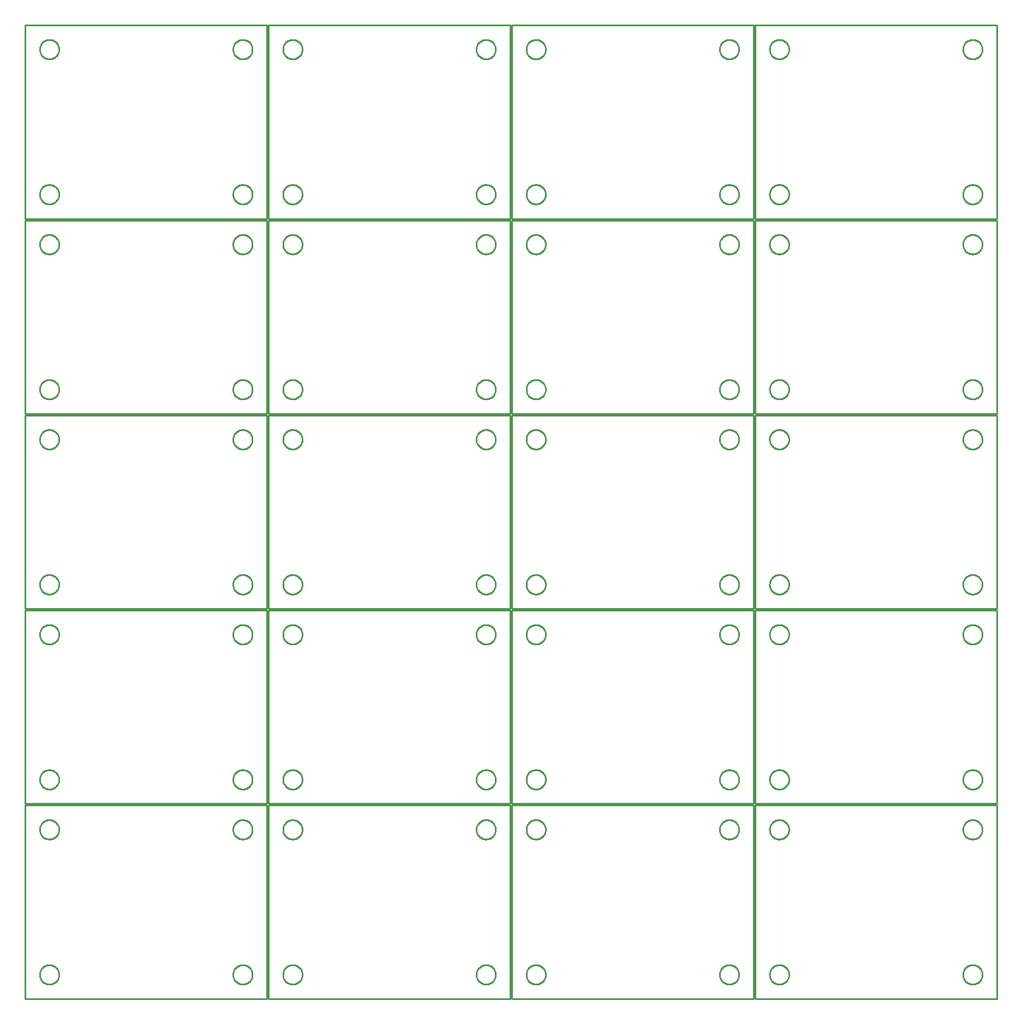
<source format=gbr>
G04 Panel Editor  V12.2 (Build 1133) Date:  Mon Apr 13 15:08:34 2020 *
G04 Database: C:\Users\sergey\Documents\EAGLE\projects\Led_amp\export\CAMOutputs\Panel\Led_amp.cam *
G04 Layer 4: profile.gbr *
%FSLAX34Y34*%
%MOMM*%
%SFA1.000B1.000*%

%MIA0B0*%
%IPPOS*%
%ADD19C,0.25400*%
%LNprofile.gbr*%
%SRX1Y1I0J0*%
%LPD*%
%SRX4Y5I37.754J30.254*%
G54D19*
X1270Y1270D02*
G01X376270D01*
Y301270*
X1270*
Y1270*
X53770Y38234D02*
G01X53694Y37166D01*
X53541Y36105*
X53313Y35058*
X53011Y34030*
X52637Y33026*
X52192Y32051*
X51678Y31111*
X51099Y30210*
X50457Y29352*
X49755Y28542*
X48998Y27785*
X48188Y27083*
X47330Y26441*
X46429Y25862*
X45489Y25348*
X44514Y24903*
X43510Y24529*
X42482Y24227*
X41435Y23999*
X40374Y23846*
X39306Y23770*
X38234*
X37166Y23846*
X36105Y23999*
X35058Y24227*
X34030Y24529*
X33026Y24903*
X32051Y25348*
X31111Y25862*
X30210Y26441*
X29352Y27083*
X28542Y27785*
X27785Y28542*
X27083Y29352*
X26441Y30210*
X25862Y31111*
X25348Y32051*
X24903Y33026*
X24529Y34030*
X24227Y35058*
X23999Y36105*
X23846Y37166*
X23770Y38234*
Y39306*
X23846Y40374*
X23999Y41435*
X24227Y42482*
X24529Y43510*
X24903Y44514*
X25348Y45489*
X25862Y46429*
X26441Y47330*
X27083Y48188*
X27785Y48998*
X28542Y49755*
X29352Y50457*
X30210Y51099*
X31111Y51678*
X32051Y52192*
X33026Y52637*
X34030Y53011*
X35058Y53313*
X36105Y53541*
X37166Y53694*
X38234Y53770*
X39306*
X40374Y53694*
X41435Y53541*
X42482Y53313*
X43510Y53011*
X44514Y52637*
X45489Y52192*
X46429Y51678*
X47330Y51099*
X48188Y50457*
X48998Y49755*
X49755Y48998*
X50457Y48188*
X51099Y47330*
X51678Y46429*
X52192Y45489*
X52637Y44514*
X53011Y43510*
X53313Y42482*
X53541Y41435*
X53694Y40374*
X53770Y39306*
Y38234*
X353770D02*
G01X353694Y37166D01*
X353541Y36105*
X353313Y35058*
X353011Y34030*
X352637Y33026*
X352192Y32051*
X351678Y31111*
X351099Y30210*
X350457Y29352*
X349755Y28542*
X348998Y27785*
X348188Y27083*
X347330Y26441*
X346429Y25862*
X345489Y25348*
X344514Y24903*
X343510Y24529*
X342482Y24227*
X341435Y23999*
X340374Y23846*
X339306Y23770*
X338234*
X337166Y23846*
X336105Y23999*
X335058Y24227*
X334030Y24529*
X333026Y24903*
X332051Y25348*
X331111Y25862*
X330210Y26441*
X329352Y27083*
X328542Y27785*
X327785Y28542*
X327083Y29352*
X326441Y30210*
X325862Y31111*
X325348Y32051*
X324903Y33026*
X324529Y34030*
X324227Y35058*
X323999Y36105*
X323846Y37166*
X323770Y38234*
Y39306*
X323846Y40374*
X323999Y41435*
X324227Y42482*
X324529Y43510*
X324903Y44514*
X325348Y45489*
X325862Y46429*
X326441Y47330*
X327083Y48188*
X327785Y48998*
X328542Y49755*
X329352Y50457*
X330210Y51099*
X331111Y51678*
X332051Y52192*
X333026Y52637*
X334030Y53011*
X335058Y53313*
X336105Y53541*
X337166Y53694*
X338234Y53770*
X339306*
X340374Y53694*
X341435Y53541*
X342482Y53313*
X343510Y53011*
X344514Y52637*
X345489Y52192*
X346429Y51678*
X347330Y51099*
X348188Y50457*
X348998Y49755*
X349755Y48998*
X350457Y48188*
X351099Y47330*
X351678Y46429*
X352192Y45489*
X352637Y44514*
X353011Y43510*
X353313Y42482*
X353541Y41435*
X353694Y40374*
X353770Y39306*
Y38234*
X53770Y263234D02*
G01X53694Y262166D01*
X53541Y261105*
X53313Y260058*
X53011Y259030*
X52637Y258026*
X52192Y257051*
X51678Y256111*
X51099Y255210*
X50457Y254352*
X49755Y253542*
X48998Y252785*
X48188Y252083*
X47330Y251441*
X46429Y250862*
X45489Y250348*
X44514Y249903*
X43510Y249529*
X42482Y249227*
X41435Y248999*
X40374Y248846*
X39306Y248770*
X38234*
X37166Y248846*
X36105Y248999*
X35058Y249227*
X34030Y249529*
X33026Y249903*
X32051Y250348*
X31111Y250862*
X30210Y251441*
X29352Y252083*
X28542Y252785*
X27785Y253542*
X27083Y254352*
X26441Y255210*
X25862Y256111*
X25348Y257051*
X24903Y258026*
X24529Y259030*
X24227Y260058*
X23999Y261105*
X23846Y262166*
X23770Y263234*
Y264306*
X23846Y265374*
X23999Y266435*
X24227Y267482*
X24529Y268510*
X24903Y269514*
X25348Y270489*
X25862Y271429*
X26441Y272330*
X27083Y273188*
X27785Y273998*
X28542Y274755*
X29352Y275457*
X30210Y276099*
X31111Y276678*
X32051Y277192*
X33026Y277637*
X34030Y278011*
X35058Y278313*
X36105Y278541*
X37166Y278694*
X38234Y278770*
X39306*
X40374Y278694*
X41435Y278541*
X42482Y278313*
X43510Y278011*
X44514Y277637*
X45489Y277192*
X46429Y276678*
X47330Y276099*
X48188Y275457*
X48998Y274755*
X49755Y273998*
X50457Y273188*
X51099Y272330*
X51678Y271429*
X52192Y270489*
X52637Y269514*
X53011Y268510*
X53313Y267482*
X53541Y266435*
X53694Y265374*
X53770Y264306*
Y263234*
X353770D02*
G01X353694Y262166D01*
X353541Y261105*
X353313Y260058*
X353011Y259030*
X352637Y258026*
X352192Y257051*
X351678Y256111*
X351099Y255210*
X350457Y254352*
X349755Y253542*
X348998Y252785*
X348188Y252083*
X347330Y251441*
X346429Y250862*
X345489Y250348*
X344514Y249903*
X343510Y249529*
X342482Y249227*
X341435Y248999*
X340374Y248846*
X339306Y248770*
X338234*
X337166Y248846*
X336105Y248999*
X335058Y249227*
X334030Y249529*
X333026Y249903*
X332051Y250348*
X331111Y250862*
X330210Y251441*
X329352Y252083*
X328542Y252785*
X327785Y253542*
X327083Y254352*
X326441Y255210*
X325862Y256111*
X325348Y257051*
X324903Y258026*
X324529Y259030*
X324227Y260058*
X323999Y261105*
X323846Y262166*
X323770Y263234*
Y264306*
X323846Y265374*
X323999Y266435*
X324227Y267482*
X324529Y268510*
X324903Y269514*
X325348Y270489*
X325862Y271429*
X326441Y272330*
X327083Y273188*
X327785Y273998*
X328542Y274755*
X329352Y275457*
X330210Y276099*
X331111Y276678*
X332051Y277192*
X333026Y277637*
X334030Y278011*
X335058Y278313*
X336105Y278541*
X337166Y278694*
X338234Y278770*
X339306*
X340374Y278694*
X341435Y278541*
X342482Y278313*
X343510Y278011*
X344514Y277637*
X345489Y277192*
X346429Y276678*
X347330Y276099*
X348188Y275457*
X348998Y274755*
X349755Y273998*
X350457Y273188*
X351099Y272330*
X351678Y271429*
X352192Y270489*
X352637Y269514*
X353011Y268510*
X353313Y267482*
X353541Y266435*
X353694Y265374*
X353770Y264306*
Y263234*
M02*

</source>
